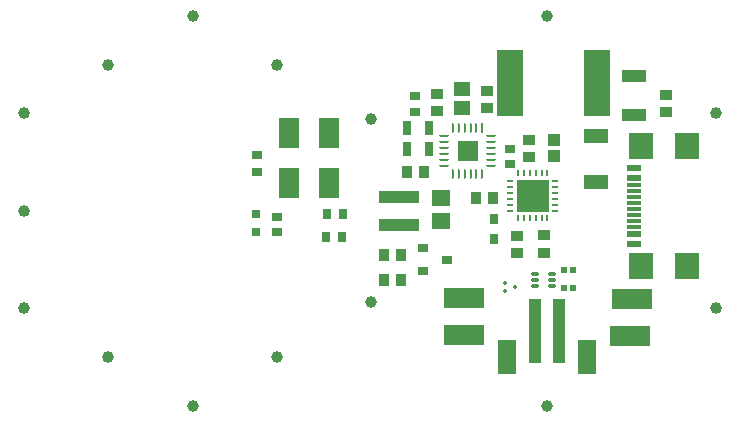
<source format=gbr>
G04*
G04 #@! TF.GenerationSoftware,Altium Limited,Altium Designer,25.8.1 (18)*
G04*
G04 Layer_Color=8421504*
%FSLAX44Y44*%
%MOMM*%
G71*
G04*
G04 #@! TF.SameCoordinates,1DE417C5-642A-4503-87AC-C91C357E1F8F*
G04*
G04*
G04 #@! TF.FilePolarity,Positive*
G04*
G01*
G75*
%ADD17R,1.7708X1.7708*%
%ADD18R,2.0500X1.1000*%
%ADD19R,0.2500X0.6000*%
%ADD20R,0.6000X0.2500*%
%ADD21R,2.7000X2.7000*%
G04:AMPARAMS|DCode=22|XSize=1mm|YSize=1mm|CornerRadius=0.5mm|HoleSize=0mm|Usage=FLASHONLY|Rotation=30.000|XOffset=0mm|YOffset=0mm|HoleType=Round|Shape=RoundedRectangle|*
%AMROUNDEDRECTD22*
21,1,1.0000,0.0000,0,0,30.0*
21,1,0.0000,1.0000,0,0,30.0*
1,1,1.0000,0.0000,0.0000*
1,1,1.0000,0.0000,0.0000*
1,1,1.0000,0.0000,0.0000*
1,1,1.0000,0.0000,0.0000*
%
%ADD22ROUNDEDRECTD22*%
%ADD23R,1.0500X1.0000*%
G04:AMPARAMS|DCode=24|XSize=1mm|YSize=1mm|CornerRadius=0.5mm|HoleSize=0mm|Usage=FLASHONLY|Rotation=90.000|XOffset=0mm|YOffset=0mm|HoleType=Round|Shape=RoundedRectangle|*
%AMROUNDEDRECTD24*
21,1,1.0000,0.0000,0,0,90.0*
21,1,0.0000,1.0000,0,0,90.0*
1,1,1.0000,0.0000,0.0000*
1,1,1.0000,0.0000,0.0000*
1,1,1.0000,0.0000,0.0000*
1,1,1.0000,0.0000,0.0000*
%
%ADD24ROUNDEDRECTD24*%
%ADD25R,1.0500X0.9500*%
G04:AMPARAMS|DCode=26|XSize=1mm|YSize=1mm|CornerRadius=0.5mm|HoleSize=0mm|Usage=FLASHONLY|Rotation=330.000|XOffset=0mm|YOffset=0mm|HoleType=Round|Shape=RoundedRectangle|*
%AMROUNDEDRECTD26*
21,1,1.0000,0.0000,0,0,330.0*
21,1,0.0000,1.0000,0,0,330.0*
1,1,1.0000,0.0000,0.0000*
1,1,1.0000,0.0000,0.0000*
1,1,1.0000,0.0000,0.0000*
1,1,1.0000,0.0000,0.0000*
%
%ADD26ROUNDEDRECTD26*%
%ADD27R,1.7500X2.6500*%
%ADD28R,1.0000X5.5000*%
%ADD29R,1.6000X3.0000*%
%ADD30R,0.8500X0.7500*%
%ADD31R,2.3000X5.6000*%
%ADD32R,0.8000X0.9000*%
%ADD33R,2.1000X1.2700*%
%ADD34R,3.4300X1.7800*%
%ADD35R,0.5153X0.4725*%
G04:AMPARAMS|DCode=36|XSize=0.67mm|YSize=0.3mm|CornerRadius=0.0495mm|HoleSize=0mm|Usage=FLASHONLY|Rotation=0.000|XOffset=0mm|YOffset=0mm|HoleType=Round|Shape=RoundedRectangle|*
%AMROUNDEDRECTD36*
21,1,0.6700,0.2010,0,0,0.0*
21,1,0.5710,0.3000,0,0,0.0*
1,1,0.0990,0.2855,-0.1005*
1,1,0.0990,-0.2855,-0.1005*
1,1,0.0990,-0.2855,0.1005*
1,1,0.0990,0.2855,0.1005*
%
%ADD36ROUNDEDRECTD36*%
G04:AMPARAMS|DCode=37|XSize=0.3mm|YSize=0.3mm|CornerRadius=0.0495mm|HoleSize=0mm|Usage=FLASHONLY|Rotation=270.000|XOffset=0mm|YOffset=0mm|HoleType=Round|Shape=RoundedRectangle|*
%AMROUNDEDRECTD37*
21,1,0.3000,0.2010,0,0,270.0*
21,1,0.2010,0.3000,0,0,270.0*
1,1,0.0990,-0.1005,-0.1005*
1,1,0.0990,-0.1005,0.1005*
1,1,0.0990,0.1005,0.1005*
1,1,0.0990,0.1005,-0.1005*
%
%ADD37ROUNDEDRECTD37*%
%ADD38R,0.9000X0.8000*%
%ADD39R,0.9500X1.0500*%
%ADD40R,1.5000X1.4000*%
%ADD41R,0.2393X0.8291*%
G04:AMPARAMS|DCode=42|XSize=0.8291mm|YSize=0.2393mm|CornerRadius=0.1196mm|HoleSize=0mm|Usage=FLASHONLY|Rotation=270.000|XOffset=0mm|YOffset=0mm|HoleType=Round|Shape=RoundedRectangle|*
%AMROUNDEDRECTD42*
21,1,0.8291,0.0000,0,0,270.0*
21,1,0.5898,0.2393,0,0,270.0*
1,1,0.2393,0.0000,-0.2949*
1,1,0.2393,0.0000,0.2949*
1,1,0.2393,0.0000,0.2949*
1,1,0.2393,0.0000,-0.2949*
%
%ADD42ROUNDEDRECTD42*%
G04:AMPARAMS|DCode=43|XSize=0.2393mm|YSize=0.8291mm|CornerRadius=0.1196mm|HoleSize=0mm|Usage=FLASHONLY|Rotation=270.000|XOffset=0mm|YOffset=0mm|HoleType=Round|Shape=RoundedRectangle|*
%AMROUNDEDRECTD43*
21,1,0.2393,0.5898,0,0,270.0*
21,1,0.0000,0.8291,0,0,270.0*
1,1,0.2393,-0.2949,0.0000*
1,1,0.2393,-0.2949,0.0000*
1,1,0.2393,0.2949,0.0000*
1,1,0.2393,0.2949,0.0000*
%
%ADD43ROUNDEDRECTD43*%
%ADD44R,1.4562X1.2546*%
%ADD45R,0.8121X0.6587*%
%ADD46R,0.7000X1.3000*%
%ADD47R,0.8900X0.6400*%
%ADD48R,0.6587X0.8121*%
%ADD49R,1.1500X0.3000*%
%ADD50R,1.1500X0.6000*%
%ADD51R,2.0000X2.1800*%
%ADD52R,3.4000X0.9800*%
%ADD53R,0.9500X0.8000*%
%ADD54R,0.8000X0.8000*%
D17*
X80489Y50895D02*
D03*
D18*
X221036Y81080D02*
D03*
Y114080D02*
D03*
D19*
X148104Y31695D02*
D03*
X143103D02*
D03*
X138104D02*
D03*
X133103D02*
D03*
X128103D02*
D03*
X123104D02*
D03*
Y-6305D02*
D03*
X128103D02*
D03*
X133103D02*
D03*
X138104D02*
D03*
X143103D02*
D03*
X148104D02*
D03*
D20*
X116604Y25195D02*
D03*
Y20194D02*
D03*
Y15195D02*
D03*
Y10194D02*
D03*
Y5195D02*
D03*
Y194D02*
D03*
X154604D02*
D03*
Y5195D02*
D03*
Y10194D02*
D03*
Y15195D02*
D03*
Y20194D02*
D03*
Y25195D02*
D03*
D21*
X135603Y12694D02*
D03*
D22*
X290700Y82601D02*
D03*
X-295468Y-82601D02*
D03*
X-223901Y-123901D02*
D03*
X-80899Y123901D02*
D03*
D23*
X153618Y60363D02*
D03*
Y46364D02*
D03*
D24*
X147599Y165199D02*
D03*
Y-165199D02*
D03*
X-1679Y77521D02*
D03*
X-152400Y165199D02*
D03*
X-1679Y-77521D02*
D03*
X-152400Y-165199D02*
D03*
X-80899Y-123901D02*
D03*
X-223901Y123901D02*
D03*
D25*
X132601Y45687D02*
D03*
Y60187D02*
D03*
X122664Y-35695D02*
D03*
Y-21195D02*
D03*
X145351Y-35296D02*
D03*
Y-20797D02*
D03*
X248057Y83660D02*
D03*
Y98160D02*
D03*
X54931Y84466D02*
D03*
Y98966D02*
D03*
X96495Y87333D02*
D03*
Y101833D02*
D03*
D26*
X290700Y-82601D02*
D03*
X-295468Y82601D02*
D03*
X-295501Y-0D02*
D03*
D27*
X-37030Y23388D02*
D03*
X-71123D02*
D03*
X-37030Y66387D02*
D03*
X-71123D02*
D03*
D28*
X157530Y-101574D02*
D03*
X137530D02*
D03*
D29*
X181530Y-124074D02*
D03*
X113530D02*
D03*
D30*
X116497Y40044D02*
D03*
Y52544D02*
D03*
D31*
X190345Y108498D02*
D03*
X116345D02*
D03*
D32*
X103156Y-23617D02*
D03*
Y-6617D02*
D03*
D33*
X189532Y24196D02*
D03*
Y63796D02*
D03*
D34*
X218405Y-105886D02*
D03*
X219276Y-74509D02*
D03*
X77289Y-73421D02*
D03*
X77687Y-104866D02*
D03*
D35*
X161966Y-64875D02*
D03*
X169537D02*
D03*
X162482Y-49906D02*
D03*
X170053D02*
D03*
D36*
X137155Y-53695D02*
D03*
Y-58695D02*
D03*
Y-63695D02*
D03*
X151955D02*
D03*
Y-58695D02*
D03*
Y-53695D02*
D03*
D37*
X112046Y-61165D02*
D03*
X120546Y-64665D02*
D03*
X112046Y-68165D02*
D03*
D38*
X43078Y-31674D02*
D03*
Y-50675D02*
D03*
X63078Y-41175D02*
D03*
D39*
X101885Y11118D02*
D03*
X87385D02*
D03*
X9295Y-37236D02*
D03*
X23795D02*
D03*
X9295Y-58343D02*
D03*
X23795D02*
D03*
X29179Y32711D02*
D03*
X43679D02*
D03*
D40*
X58061Y-8264D02*
D03*
Y10736D02*
D03*
D41*
X92989Y70540D02*
D03*
D42*
X87989D02*
D03*
X82989D02*
D03*
X77989D02*
D03*
X72989D02*
D03*
X67989D02*
D03*
Y31249D02*
D03*
X72989D02*
D03*
X77989D02*
D03*
X82989D02*
D03*
X87989D02*
D03*
X92989D02*
D03*
D43*
X60844Y63394D02*
D03*
Y58394D02*
D03*
Y53394D02*
D03*
Y48394D02*
D03*
Y43394D02*
D03*
Y38394D02*
D03*
X100135D02*
D03*
Y43394D02*
D03*
Y48394D02*
D03*
Y53394D02*
D03*
Y58394D02*
D03*
Y63394D02*
D03*
D44*
X75508Y86923D02*
D03*
Y103439D02*
D03*
D45*
X35806Y84113D02*
D03*
Y97647D02*
D03*
D46*
X28985Y70031D02*
D03*
X47985D02*
D03*
X29169Y52164D02*
D03*
X48169D02*
D03*
D47*
X-98154Y47014D02*
D03*
Y33014D02*
D03*
D48*
X-38788Y-2891D02*
D03*
X-25253D02*
D03*
X-39317Y-22286D02*
D03*
X-25783D02*
D03*
D49*
X221369Y21710D02*
D03*
Y16710D02*
D03*
Y11710D02*
D03*
Y6710D02*
D03*
Y1710D02*
D03*
Y-3290D02*
D03*
Y-8290D02*
D03*
Y-13290D02*
D03*
D50*
Y28210D02*
D03*
Y-19790D02*
D03*
Y36210D02*
D03*
Y-27790D02*
D03*
D51*
X227120Y55310D02*
D03*
Y-46890D02*
D03*
X266419Y55310D02*
D03*
Y-46890D02*
D03*
D52*
X22424Y-12016D02*
D03*
Y11684D02*
D03*
D53*
X-81026Y-5180D02*
D03*
Y-17680D02*
D03*
D54*
X-98806Y-17660D02*
D03*
Y-2660D02*
D03*
M02*

</source>
